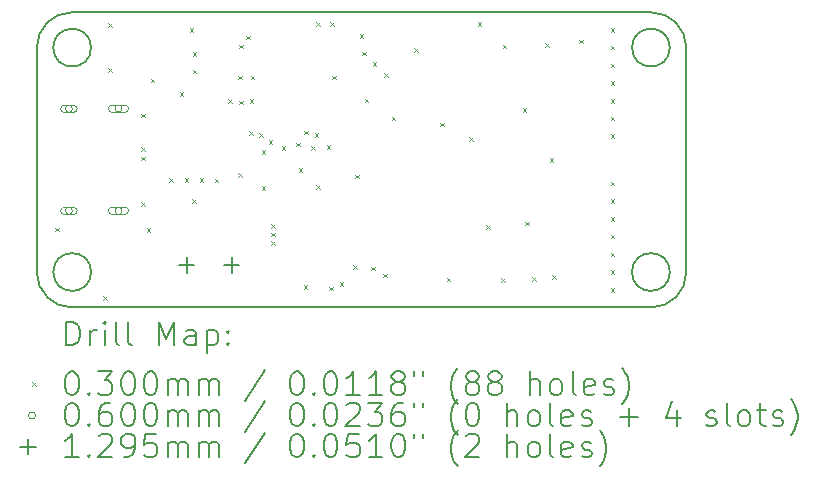
<source format=gbr>
%TF.GenerationSoftware,KiCad,Pcbnew,8.0.5-dirty*%
%TF.CreationDate,2024-10-01T21:11:04+10:00*%
%TF.ProjectId,kestral,6b657374-7261-46c2-9e6b-696361645f70,rev?*%
%TF.SameCoordinates,Original*%
%TF.FileFunction,Drillmap*%
%TF.FilePolarity,Positive*%
%FSLAX45Y45*%
G04 Gerber Fmt 4.5, Leading zero omitted, Abs format (unit mm)*
G04 Created by KiCad (PCBNEW 8.0.5-dirty) date 2024-10-01 21:11:04*
%MOMM*%
%LPD*%
G01*
G04 APERTURE LIST*
%ADD10C,0.200000*%
%ADD11C,0.100000*%
%ADD12C,0.129540*%
G04 APERTURE END LIST*
D10*
X15500000Y-12200000D02*
G75*
G02*
X15200000Y-12500000I-300000J0D01*
G01*
X15200000Y-12500000D02*
X10300000Y-12500000D01*
X15200000Y-10000000D02*
X10300000Y-10000000D01*
X15500000Y-10300000D02*
X15500000Y-12200000D01*
X10000000Y-10300000D02*
X10000000Y-12200000D01*
X15200000Y-10000000D02*
G75*
G02*
X15500000Y-10300000I0J-300000D01*
G01*
X10300000Y-12500000D02*
G75*
G02*
X10000000Y-12200000I0J300000D01*
G01*
X15360000Y-12200000D02*
G75*
G02*
X15040000Y-12200000I-160000J0D01*
G01*
X15040000Y-12200000D02*
G75*
G02*
X15360000Y-12200000I160000J0D01*
G01*
X10460000Y-10300000D02*
G75*
G02*
X10140000Y-10300000I-160000J0D01*
G01*
X10140000Y-10300000D02*
G75*
G02*
X10460000Y-10300000I160000J0D01*
G01*
X10000000Y-10300000D02*
G75*
G02*
X10300000Y-10000000I300000J0D01*
G01*
X10460000Y-12200000D02*
G75*
G02*
X10140000Y-12200000I-160000J0D01*
G01*
X10140000Y-12200000D02*
G75*
G02*
X10460000Y-12200000I160000J0D01*
G01*
X15360000Y-10300000D02*
G75*
G02*
X15040000Y-10300000I-160000J0D01*
G01*
X15040000Y-10300000D02*
G75*
G02*
X15360000Y-10300000I160000J0D01*
G01*
D11*
X10155000Y-11825000D02*
X10185000Y-11855000D01*
X10185000Y-11825000D02*
X10155000Y-11855000D01*
X10565000Y-12405000D02*
X10595000Y-12435000D01*
X10595000Y-12405000D02*
X10565000Y-12435000D01*
X10605000Y-10095000D02*
X10635000Y-10125000D01*
X10635000Y-10095000D02*
X10605000Y-10125000D01*
X10605000Y-10475000D02*
X10635000Y-10505000D01*
X10635000Y-10475000D02*
X10605000Y-10505000D01*
X10882500Y-10860000D02*
X10912500Y-10890000D01*
X10912500Y-10860000D02*
X10882500Y-10890000D01*
X10882500Y-11610000D02*
X10912500Y-11640000D01*
X10912500Y-11610000D02*
X10882500Y-11640000D01*
X10885000Y-11145000D02*
X10915000Y-11175000D01*
X10915000Y-11145000D02*
X10885000Y-11175000D01*
X10885000Y-11225000D02*
X10915000Y-11255000D01*
X10915000Y-11225000D02*
X10885000Y-11255000D01*
X10930000Y-11830000D02*
X10960000Y-11860000D01*
X10960000Y-11830000D02*
X10930000Y-11860000D01*
X10965000Y-10565000D02*
X10995000Y-10595000D01*
X10995000Y-10565000D02*
X10965000Y-10595000D01*
X11122500Y-11408000D02*
X11152500Y-11438000D01*
X11152500Y-11408000D02*
X11122500Y-11438000D01*
X11211500Y-10678250D02*
X11241500Y-10708250D01*
X11241500Y-10678250D02*
X11211500Y-10708250D01*
X11252000Y-11407000D02*
X11282000Y-11437000D01*
X11282000Y-11407000D02*
X11252000Y-11437000D01*
X11295000Y-10135000D02*
X11325000Y-10165000D01*
X11325000Y-10135000D02*
X11295000Y-10165000D01*
X11315000Y-11585000D02*
X11345000Y-11615000D01*
X11345000Y-11585000D02*
X11315000Y-11615000D01*
X11320500Y-10338250D02*
X11350500Y-10368250D01*
X11350500Y-10338250D02*
X11320500Y-10368250D01*
X11320500Y-10488250D02*
X11350500Y-10518250D01*
X11350500Y-10488250D02*
X11320500Y-10518250D01*
X11379000Y-11407000D02*
X11409000Y-11437000D01*
X11409000Y-11407000D02*
X11379000Y-11437000D01*
X11505500Y-11408250D02*
X11535500Y-11438250D01*
X11535500Y-11408250D02*
X11505500Y-11438250D01*
X11623253Y-10738250D02*
X11653253Y-10768250D01*
X11653253Y-10738250D02*
X11623253Y-10768250D01*
X11706000Y-11365000D02*
X11736000Y-11395000D01*
X11736000Y-11365000D02*
X11706000Y-11395000D01*
X11707313Y-10538250D02*
X11737313Y-10568250D01*
X11737313Y-10538250D02*
X11707313Y-10568250D01*
X11712876Y-10747874D02*
X11742876Y-10777874D01*
X11742876Y-10747874D02*
X11712876Y-10777874D01*
X11715000Y-10275000D02*
X11745000Y-10305000D01*
X11745000Y-10275000D02*
X11715000Y-10305000D01*
X11775000Y-10198250D02*
X11805000Y-10228250D01*
X11805000Y-10198250D02*
X11775000Y-10228250D01*
X11797426Y-11007427D02*
X11827426Y-11037427D01*
X11827426Y-11007427D02*
X11797426Y-11037427D01*
X11803011Y-10738250D02*
X11833011Y-10768250D01*
X11833011Y-10738250D02*
X11803011Y-10768250D01*
X11810147Y-10538250D02*
X11840147Y-10568250D01*
X11840147Y-10538250D02*
X11810147Y-10568250D01*
X11885000Y-11025000D02*
X11915000Y-11055000D01*
X11915000Y-11025000D02*
X11885000Y-11055000D01*
X11905000Y-11167000D02*
X11935000Y-11197000D01*
X11935000Y-11167000D02*
X11905000Y-11197000D01*
X11905000Y-11475000D02*
X11935000Y-11505000D01*
X11935000Y-11475000D02*
X11905000Y-11505000D01*
X11965000Y-11085000D02*
X11995000Y-11115000D01*
X11995000Y-11085000D02*
X11965000Y-11115000D01*
X11983750Y-11797500D02*
X12013750Y-11827500D01*
X12013750Y-11797500D02*
X11983750Y-11827500D01*
X11983750Y-11867500D02*
X12013750Y-11897500D01*
X12013750Y-11867500D02*
X11983750Y-11897500D01*
X11983750Y-11937500D02*
X12013750Y-11967500D01*
X12013750Y-11937500D02*
X11983750Y-11967500D01*
X12073375Y-11136625D02*
X12103375Y-11166625D01*
X12103375Y-11136625D02*
X12073375Y-11166625D01*
X12195000Y-11105000D02*
X12225000Y-11135000D01*
X12225000Y-11105000D02*
X12195000Y-11135000D01*
X12216849Y-11323431D02*
X12246849Y-11353431D01*
X12246849Y-11323431D02*
X12216849Y-11353431D01*
X12261250Y-12312500D02*
X12291250Y-12342500D01*
X12291250Y-12312500D02*
X12261250Y-12342500D01*
X12265000Y-11005000D02*
X12295000Y-11035000D01*
X12295000Y-11005000D02*
X12265000Y-11035000D01*
X12325000Y-11135000D02*
X12355000Y-11165000D01*
X12355000Y-11135000D02*
X12325000Y-11165000D01*
X12355000Y-11025000D02*
X12385000Y-11055000D01*
X12385000Y-11025000D02*
X12355000Y-11055000D01*
X12364563Y-11465288D02*
X12394563Y-11495288D01*
X12394563Y-11465288D02*
X12364563Y-11495288D01*
X12365000Y-10083250D02*
X12395000Y-10113250D01*
X12395000Y-10083250D02*
X12365000Y-10113250D01*
X12455000Y-11127000D02*
X12485000Y-11157000D01*
X12485000Y-11127000D02*
X12455000Y-11157000D01*
X12475000Y-12325000D02*
X12505000Y-12355000D01*
X12505000Y-12325000D02*
X12475000Y-12355000D01*
X12485000Y-10083250D02*
X12515000Y-10113250D01*
X12515000Y-10083250D02*
X12485000Y-10113250D01*
X12500000Y-10538250D02*
X12530000Y-10568250D01*
X12530000Y-10538250D02*
X12500000Y-10568250D01*
X12565000Y-12285000D02*
X12595000Y-12315000D01*
X12595000Y-12285000D02*
X12565000Y-12315000D01*
X12677500Y-12142500D02*
X12707500Y-12172500D01*
X12707500Y-12142500D02*
X12677500Y-12172500D01*
X12695000Y-11375000D02*
X12725000Y-11405000D01*
X12725000Y-11375000D02*
X12695000Y-11405000D01*
X12735000Y-10185000D02*
X12765000Y-10215000D01*
X12765000Y-10185000D02*
X12735000Y-10215000D01*
X12755000Y-10335000D02*
X12785000Y-10365000D01*
X12785000Y-10335000D02*
X12755000Y-10365000D01*
X12776250Y-10733250D02*
X12806250Y-10763250D01*
X12806250Y-10733250D02*
X12776250Y-10763250D01*
X12832500Y-12155000D02*
X12862500Y-12185000D01*
X12862500Y-12155000D02*
X12832500Y-12185000D01*
X12845000Y-10425000D02*
X12875000Y-10455000D01*
X12875000Y-10425000D02*
X12845000Y-10455000D01*
X12935000Y-12215000D02*
X12965000Y-12245000D01*
X12965000Y-12215000D02*
X12935000Y-12245000D01*
X12941250Y-10518250D02*
X12971250Y-10548250D01*
X12971250Y-10518250D02*
X12941250Y-10548250D01*
X13005000Y-10885000D02*
X13035000Y-10915000D01*
X13035000Y-10885000D02*
X13005000Y-10915000D01*
X13195000Y-10305000D02*
X13225000Y-10335000D01*
X13225000Y-10305000D02*
X13195000Y-10335000D01*
X13415000Y-10935000D02*
X13445000Y-10965000D01*
X13445000Y-10935000D02*
X13415000Y-10965000D01*
X13470000Y-12250000D02*
X13500000Y-12280000D01*
X13500000Y-12250000D02*
X13470000Y-12280000D01*
X13660000Y-11060000D02*
X13690000Y-11090000D01*
X13690000Y-11060000D02*
X13660000Y-11090000D01*
X13735000Y-10085000D02*
X13765000Y-10115000D01*
X13765000Y-10085000D02*
X13735000Y-10115000D01*
X13805000Y-11805000D02*
X13835000Y-11835000D01*
X13835000Y-11805000D02*
X13805000Y-11835000D01*
X13933750Y-12253750D02*
X13963750Y-12283750D01*
X13963750Y-12253750D02*
X13933750Y-12283750D01*
X13945000Y-10275000D02*
X13975000Y-10305000D01*
X13975000Y-10275000D02*
X13945000Y-10305000D01*
X14115000Y-10815000D02*
X14145000Y-10845000D01*
X14145000Y-10815000D02*
X14115000Y-10845000D01*
X14135000Y-11775000D02*
X14165000Y-11805000D01*
X14165000Y-11775000D02*
X14135000Y-11805000D01*
X14195000Y-12245000D02*
X14225000Y-12275000D01*
X14225000Y-12245000D02*
X14195000Y-12275000D01*
X14305000Y-10265000D02*
X14335000Y-10295000D01*
X14335000Y-10265000D02*
X14305000Y-10295000D01*
X14345000Y-11235000D02*
X14375000Y-11265000D01*
X14375000Y-11235000D02*
X14345000Y-11265000D01*
X14365000Y-12225000D02*
X14395000Y-12255000D01*
X14395000Y-12225000D02*
X14365000Y-12255000D01*
X14595000Y-10235000D02*
X14625000Y-10265000D01*
X14625000Y-10235000D02*
X14595000Y-10265000D01*
X14860000Y-10135000D02*
X14890000Y-10165000D01*
X14890000Y-10135000D02*
X14860000Y-10165000D01*
X14860000Y-10285000D02*
X14890000Y-10315000D01*
X14890000Y-10285000D02*
X14860000Y-10315000D01*
X14860000Y-10435000D02*
X14890000Y-10465000D01*
X14890000Y-10435000D02*
X14860000Y-10465000D01*
X14860000Y-10585000D02*
X14890000Y-10615000D01*
X14890000Y-10585000D02*
X14860000Y-10615000D01*
X14860000Y-10735000D02*
X14890000Y-10765000D01*
X14890000Y-10735000D02*
X14860000Y-10765000D01*
X14860000Y-10885000D02*
X14890000Y-10915000D01*
X14890000Y-10885000D02*
X14860000Y-10915000D01*
X14860000Y-11035000D02*
X14890000Y-11065000D01*
X14890000Y-11035000D02*
X14860000Y-11065000D01*
X14860000Y-11435000D02*
X14890000Y-11465000D01*
X14890000Y-11435000D02*
X14860000Y-11465000D01*
X14860000Y-11585000D02*
X14890000Y-11615000D01*
X14890000Y-11585000D02*
X14860000Y-11615000D01*
X14860000Y-11735000D02*
X14890000Y-11765000D01*
X14890000Y-11735000D02*
X14860000Y-11765000D01*
X14860000Y-11885000D02*
X14890000Y-11915000D01*
X14890000Y-11885000D02*
X14860000Y-11915000D01*
X14860000Y-12035000D02*
X14890000Y-12065000D01*
X14890000Y-12035000D02*
X14860000Y-12065000D01*
X14860000Y-12185000D02*
X14890000Y-12215000D01*
X14890000Y-12185000D02*
X14860000Y-12215000D01*
X14860000Y-12335000D02*
X14890000Y-12365000D01*
X14890000Y-12335000D02*
X14860000Y-12365000D01*
X10302500Y-10818000D02*
G75*
G02*
X10242500Y-10818000I-30000J0D01*
G01*
X10242500Y-10818000D02*
G75*
G02*
X10302500Y-10818000I30000J0D01*
G01*
X10312500Y-10788000D02*
X10232500Y-10788000D01*
X10232500Y-10848000D02*
G75*
G02*
X10232500Y-10788000I0J30000D01*
G01*
X10232500Y-10848000D02*
X10312500Y-10848000D01*
X10312500Y-10848000D02*
G75*
G03*
X10312500Y-10788000I0J30000D01*
G01*
X10302500Y-11682000D02*
G75*
G02*
X10242500Y-11682000I-30000J0D01*
G01*
X10242500Y-11682000D02*
G75*
G02*
X10302500Y-11682000I30000J0D01*
G01*
X10312500Y-11652000D02*
X10232500Y-11652000D01*
X10232500Y-11712000D02*
G75*
G02*
X10232500Y-11652000I0J30000D01*
G01*
X10232500Y-11712000D02*
X10312500Y-11712000D01*
X10312500Y-11712000D02*
G75*
G03*
X10312500Y-11652000I0J30000D01*
G01*
X10722500Y-10818000D02*
G75*
G02*
X10662500Y-10818000I-30000J0D01*
G01*
X10662500Y-10818000D02*
G75*
G02*
X10722500Y-10818000I30000J0D01*
G01*
X10747500Y-10788000D02*
X10637500Y-10788000D01*
X10637500Y-10848000D02*
G75*
G02*
X10637500Y-10788000I0J30000D01*
G01*
X10637500Y-10848000D02*
X10747500Y-10848000D01*
X10747500Y-10848000D02*
G75*
G03*
X10747500Y-10788000I0J30000D01*
G01*
X10722500Y-11682000D02*
G75*
G02*
X10662500Y-11682000I-30000J0D01*
G01*
X10662500Y-11682000D02*
G75*
G02*
X10722500Y-11682000I30000J0D01*
G01*
X10747500Y-11652000D02*
X10637500Y-11652000D01*
X10637500Y-11712000D02*
G75*
G02*
X10637500Y-11652000I0J30000D01*
G01*
X10637500Y-11712000D02*
X10747500Y-11712000D01*
X10747500Y-11712000D02*
G75*
G03*
X10747500Y-11652000I0J30000D01*
G01*
D12*
X11269000Y-12075230D02*
X11269000Y-12204770D01*
X11204230Y-12140000D02*
X11333770Y-12140000D01*
X11650000Y-12075230D02*
X11650000Y-12204770D01*
X11585230Y-12140000D02*
X11714770Y-12140000D01*
D10*
X10250777Y-12821484D02*
X10250777Y-12621484D01*
X10250777Y-12621484D02*
X10298396Y-12621484D01*
X10298396Y-12621484D02*
X10326967Y-12631008D01*
X10326967Y-12631008D02*
X10346015Y-12650055D01*
X10346015Y-12650055D02*
X10355539Y-12669103D01*
X10355539Y-12669103D02*
X10365063Y-12707198D01*
X10365063Y-12707198D02*
X10365063Y-12735769D01*
X10365063Y-12735769D02*
X10355539Y-12773865D01*
X10355539Y-12773865D02*
X10346015Y-12792912D01*
X10346015Y-12792912D02*
X10326967Y-12811960D01*
X10326967Y-12811960D02*
X10298396Y-12821484D01*
X10298396Y-12821484D02*
X10250777Y-12821484D01*
X10450777Y-12821484D02*
X10450777Y-12688150D01*
X10450777Y-12726246D02*
X10460301Y-12707198D01*
X10460301Y-12707198D02*
X10469824Y-12697674D01*
X10469824Y-12697674D02*
X10488872Y-12688150D01*
X10488872Y-12688150D02*
X10507920Y-12688150D01*
X10574586Y-12821484D02*
X10574586Y-12688150D01*
X10574586Y-12621484D02*
X10565063Y-12631008D01*
X10565063Y-12631008D02*
X10574586Y-12640531D01*
X10574586Y-12640531D02*
X10584110Y-12631008D01*
X10584110Y-12631008D02*
X10574586Y-12621484D01*
X10574586Y-12621484D02*
X10574586Y-12640531D01*
X10698396Y-12821484D02*
X10679348Y-12811960D01*
X10679348Y-12811960D02*
X10669824Y-12792912D01*
X10669824Y-12792912D02*
X10669824Y-12621484D01*
X10803158Y-12821484D02*
X10784110Y-12811960D01*
X10784110Y-12811960D02*
X10774586Y-12792912D01*
X10774586Y-12792912D02*
X10774586Y-12621484D01*
X11031729Y-12821484D02*
X11031729Y-12621484D01*
X11031729Y-12621484D02*
X11098396Y-12764341D01*
X11098396Y-12764341D02*
X11165063Y-12621484D01*
X11165063Y-12621484D02*
X11165063Y-12821484D01*
X11346015Y-12821484D02*
X11346015Y-12716722D01*
X11346015Y-12716722D02*
X11336491Y-12697674D01*
X11336491Y-12697674D02*
X11317443Y-12688150D01*
X11317443Y-12688150D02*
X11279348Y-12688150D01*
X11279348Y-12688150D02*
X11260301Y-12697674D01*
X11346015Y-12811960D02*
X11326967Y-12821484D01*
X11326967Y-12821484D02*
X11279348Y-12821484D01*
X11279348Y-12821484D02*
X11260301Y-12811960D01*
X11260301Y-12811960D02*
X11250777Y-12792912D01*
X11250777Y-12792912D02*
X11250777Y-12773865D01*
X11250777Y-12773865D02*
X11260301Y-12754817D01*
X11260301Y-12754817D02*
X11279348Y-12745293D01*
X11279348Y-12745293D02*
X11326967Y-12745293D01*
X11326967Y-12745293D02*
X11346015Y-12735769D01*
X11441253Y-12688150D02*
X11441253Y-12888150D01*
X11441253Y-12697674D02*
X11460301Y-12688150D01*
X11460301Y-12688150D02*
X11498396Y-12688150D01*
X11498396Y-12688150D02*
X11517443Y-12697674D01*
X11517443Y-12697674D02*
X11526967Y-12707198D01*
X11526967Y-12707198D02*
X11536491Y-12726246D01*
X11536491Y-12726246D02*
X11536491Y-12783388D01*
X11536491Y-12783388D02*
X11526967Y-12802436D01*
X11526967Y-12802436D02*
X11517443Y-12811960D01*
X11517443Y-12811960D02*
X11498396Y-12821484D01*
X11498396Y-12821484D02*
X11460301Y-12821484D01*
X11460301Y-12821484D02*
X11441253Y-12811960D01*
X11622205Y-12802436D02*
X11631729Y-12811960D01*
X11631729Y-12811960D02*
X11622205Y-12821484D01*
X11622205Y-12821484D02*
X11612682Y-12811960D01*
X11612682Y-12811960D02*
X11622205Y-12802436D01*
X11622205Y-12802436D02*
X11622205Y-12821484D01*
X11622205Y-12697674D02*
X11631729Y-12707198D01*
X11631729Y-12707198D02*
X11622205Y-12716722D01*
X11622205Y-12716722D02*
X11612682Y-12707198D01*
X11612682Y-12707198D02*
X11622205Y-12697674D01*
X11622205Y-12697674D02*
X11622205Y-12716722D01*
D11*
X9960000Y-13135000D02*
X9990000Y-13165000D01*
X9990000Y-13135000D02*
X9960000Y-13165000D01*
D10*
X10288872Y-13041484D02*
X10307920Y-13041484D01*
X10307920Y-13041484D02*
X10326967Y-13051008D01*
X10326967Y-13051008D02*
X10336491Y-13060531D01*
X10336491Y-13060531D02*
X10346015Y-13079579D01*
X10346015Y-13079579D02*
X10355539Y-13117674D01*
X10355539Y-13117674D02*
X10355539Y-13165293D01*
X10355539Y-13165293D02*
X10346015Y-13203388D01*
X10346015Y-13203388D02*
X10336491Y-13222436D01*
X10336491Y-13222436D02*
X10326967Y-13231960D01*
X10326967Y-13231960D02*
X10307920Y-13241484D01*
X10307920Y-13241484D02*
X10288872Y-13241484D01*
X10288872Y-13241484D02*
X10269824Y-13231960D01*
X10269824Y-13231960D02*
X10260301Y-13222436D01*
X10260301Y-13222436D02*
X10250777Y-13203388D01*
X10250777Y-13203388D02*
X10241253Y-13165293D01*
X10241253Y-13165293D02*
X10241253Y-13117674D01*
X10241253Y-13117674D02*
X10250777Y-13079579D01*
X10250777Y-13079579D02*
X10260301Y-13060531D01*
X10260301Y-13060531D02*
X10269824Y-13051008D01*
X10269824Y-13051008D02*
X10288872Y-13041484D01*
X10441253Y-13222436D02*
X10450777Y-13231960D01*
X10450777Y-13231960D02*
X10441253Y-13241484D01*
X10441253Y-13241484D02*
X10431729Y-13231960D01*
X10431729Y-13231960D02*
X10441253Y-13222436D01*
X10441253Y-13222436D02*
X10441253Y-13241484D01*
X10517444Y-13041484D02*
X10641253Y-13041484D01*
X10641253Y-13041484D02*
X10574586Y-13117674D01*
X10574586Y-13117674D02*
X10603158Y-13117674D01*
X10603158Y-13117674D02*
X10622205Y-13127198D01*
X10622205Y-13127198D02*
X10631729Y-13136722D01*
X10631729Y-13136722D02*
X10641253Y-13155769D01*
X10641253Y-13155769D02*
X10641253Y-13203388D01*
X10641253Y-13203388D02*
X10631729Y-13222436D01*
X10631729Y-13222436D02*
X10622205Y-13231960D01*
X10622205Y-13231960D02*
X10603158Y-13241484D01*
X10603158Y-13241484D02*
X10546015Y-13241484D01*
X10546015Y-13241484D02*
X10526967Y-13231960D01*
X10526967Y-13231960D02*
X10517444Y-13222436D01*
X10765063Y-13041484D02*
X10784110Y-13041484D01*
X10784110Y-13041484D02*
X10803158Y-13051008D01*
X10803158Y-13051008D02*
X10812682Y-13060531D01*
X10812682Y-13060531D02*
X10822205Y-13079579D01*
X10822205Y-13079579D02*
X10831729Y-13117674D01*
X10831729Y-13117674D02*
X10831729Y-13165293D01*
X10831729Y-13165293D02*
X10822205Y-13203388D01*
X10822205Y-13203388D02*
X10812682Y-13222436D01*
X10812682Y-13222436D02*
X10803158Y-13231960D01*
X10803158Y-13231960D02*
X10784110Y-13241484D01*
X10784110Y-13241484D02*
X10765063Y-13241484D01*
X10765063Y-13241484D02*
X10746015Y-13231960D01*
X10746015Y-13231960D02*
X10736491Y-13222436D01*
X10736491Y-13222436D02*
X10726967Y-13203388D01*
X10726967Y-13203388D02*
X10717444Y-13165293D01*
X10717444Y-13165293D02*
X10717444Y-13117674D01*
X10717444Y-13117674D02*
X10726967Y-13079579D01*
X10726967Y-13079579D02*
X10736491Y-13060531D01*
X10736491Y-13060531D02*
X10746015Y-13051008D01*
X10746015Y-13051008D02*
X10765063Y-13041484D01*
X10955539Y-13041484D02*
X10974586Y-13041484D01*
X10974586Y-13041484D02*
X10993634Y-13051008D01*
X10993634Y-13051008D02*
X11003158Y-13060531D01*
X11003158Y-13060531D02*
X11012682Y-13079579D01*
X11012682Y-13079579D02*
X11022205Y-13117674D01*
X11022205Y-13117674D02*
X11022205Y-13165293D01*
X11022205Y-13165293D02*
X11012682Y-13203388D01*
X11012682Y-13203388D02*
X11003158Y-13222436D01*
X11003158Y-13222436D02*
X10993634Y-13231960D01*
X10993634Y-13231960D02*
X10974586Y-13241484D01*
X10974586Y-13241484D02*
X10955539Y-13241484D01*
X10955539Y-13241484D02*
X10936491Y-13231960D01*
X10936491Y-13231960D02*
X10926967Y-13222436D01*
X10926967Y-13222436D02*
X10917444Y-13203388D01*
X10917444Y-13203388D02*
X10907920Y-13165293D01*
X10907920Y-13165293D02*
X10907920Y-13117674D01*
X10907920Y-13117674D02*
X10917444Y-13079579D01*
X10917444Y-13079579D02*
X10926967Y-13060531D01*
X10926967Y-13060531D02*
X10936491Y-13051008D01*
X10936491Y-13051008D02*
X10955539Y-13041484D01*
X11107920Y-13241484D02*
X11107920Y-13108150D01*
X11107920Y-13127198D02*
X11117444Y-13117674D01*
X11117444Y-13117674D02*
X11136491Y-13108150D01*
X11136491Y-13108150D02*
X11165063Y-13108150D01*
X11165063Y-13108150D02*
X11184110Y-13117674D01*
X11184110Y-13117674D02*
X11193634Y-13136722D01*
X11193634Y-13136722D02*
X11193634Y-13241484D01*
X11193634Y-13136722D02*
X11203158Y-13117674D01*
X11203158Y-13117674D02*
X11222205Y-13108150D01*
X11222205Y-13108150D02*
X11250777Y-13108150D01*
X11250777Y-13108150D02*
X11269824Y-13117674D01*
X11269824Y-13117674D02*
X11279348Y-13136722D01*
X11279348Y-13136722D02*
X11279348Y-13241484D01*
X11374586Y-13241484D02*
X11374586Y-13108150D01*
X11374586Y-13127198D02*
X11384110Y-13117674D01*
X11384110Y-13117674D02*
X11403158Y-13108150D01*
X11403158Y-13108150D02*
X11431729Y-13108150D01*
X11431729Y-13108150D02*
X11450777Y-13117674D01*
X11450777Y-13117674D02*
X11460301Y-13136722D01*
X11460301Y-13136722D02*
X11460301Y-13241484D01*
X11460301Y-13136722D02*
X11469824Y-13117674D01*
X11469824Y-13117674D02*
X11488872Y-13108150D01*
X11488872Y-13108150D02*
X11517443Y-13108150D01*
X11517443Y-13108150D02*
X11536491Y-13117674D01*
X11536491Y-13117674D02*
X11546015Y-13136722D01*
X11546015Y-13136722D02*
X11546015Y-13241484D01*
X11936491Y-13031960D02*
X11765063Y-13289103D01*
X12193634Y-13041484D02*
X12212682Y-13041484D01*
X12212682Y-13041484D02*
X12231729Y-13051008D01*
X12231729Y-13051008D02*
X12241253Y-13060531D01*
X12241253Y-13060531D02*
X12250777Y-13079579D01*
X12250777Y-13079579D02*
X12260301Y-13117674D01*
X12260301Y-13117674D02*
X12260301Y-13165293D01*
X12260301Y-13165293D02*
X12250777Y-13203388D01*
X12250777Y-13203388D02*
X12241253Y-13222436D01*
X12241253Y-13222436D02*
X12231729Y-13231960D01*
X12231729Y-13231960D02*
X12212682Y-13241484D01*
X12212682Y-13241484D02*
X12193634Y-13241484D01*
X12193634Y-13241484D02*
X12174586Y-13231960D01*
X12174586Y-13231960D02*
X12165063Y-13222436D01*
X12165063Y-13222436D02*
X12155539Y-13203388D01*
X12155539Y-13203388D02*
X12146015Y-13165293D01*
X12146015Y-13165293D02*
X12146015Y-13117674D01*
X12146015Y-13117674D02*
X12155539Y-13079579D01*
X12155539Y-13079579D02*
X12165063Y-13060531D01*
X12165063Y-13060531D02*
X12174586Y-13051008D01*
X12174586Y-13051008D02*
X12193634Y-13041484D01*
X12346015Y-13222436D02*
X12355539Y-13231960D01*
X12355539Y-13231960D02*
X12346015Y-13241484D01*
X12346015Y-13241484D02*
X12336491Y-13231960D01*
X12336491Y-13231960D02*
X12346015Y-13222436D01*
X12346015Y-13222436D02*
X12346015Y-13241484D01*
X12479348Y-13041484D02*
X12498396Y-13041484D01*
X12498396Y-13041484D02*
X12517444Y-13051008D01*
X12517444Y-13051008D02*
X12526967Y-13060531D01*
X12526967Y-13060531D02*
X12536491Y-13079579D01*
X12536491Y-13079579D02*
X12546015Y-13117674D01*
X12546015Y-13117674D02*
X12546015Y-13165293D01*
X12546015Y-13165293D02*
X12536491Y-13203388D01*
X12536491Y-13203388D02*
X12526967Y-13222436D01*
X12526967Y-13222436D02*
X12517444Y-13231960D01*
X12517444Y-13231960D02*
X12498396Y-13241484D01*
X12498396Y-13241484D02*
X12479348Y-13241484D01*
X12479348Y-13241484D02*
X12460301Y-13231960D01*
X12460301Y-13231960D02*
X12450777Y-13222436D01*
X12450777Y-13222436D02*
X12441253Y-13203388D01*
X12441253Y-13203388D02*
X12431729Y-13165293D01*
X12431729Y-13165293D02*
X12431729Y-13117674D01*
X12431729Y-13117674D02*
X12441253Y-13079579D01*
X12441253Y-13079579D02*
X12450777Y-13060531D01*
X12450777Y-13060531D02*
X12460301Y-13051008D01*
X12460301Y-13051008D02*
X12479348Y-13041484D01*
X12736491Y-13241484D02*
X12622206Y-13241484D01*
X12679348Y-13241484D02*
X12679348Y-13041484D01*
X12679348Y-13041484D02*
X12660301Y-13070055D01*
X12660301Y-13070055D02*
X12641253Y-13089103D01*
X12641253Y-13089103D02*
X12622206Y-13098627D01*
X12926967Y-13241484D02*
X12812682Y-13241484D01*
X12869825Y-13241484D02*
X12869825Y-13041484D01*
X12869825Y-13041484D02*
X12850777Y-13070055D01*
X12850777Y-13070055D02*
X12831729Y-13089103D01*
X12831729Y-13089103D02*
X12812682Y-13098627D01*
X13041253Y-13127198D02*
X13022206Y-13117674D01*
X13022206Y-13117674D02*
X13012682Y-13108150D01*
X13012682Y-13108150D02*
X13003158Y-13089103D01*
X13003158Y-13089103D02*
X13003158Y-13079579D01*
X13003158Y-13079579D02*
X13012682Y-13060531D01*
X13012682Y-13060531D02*
X13022206Y-13051008D01*
X13022206Y-13051008D02*
X13041253Y-13041484D01*
X13041253Y-13041484D02*
X13079348Y-13041484D01*
X13079348Y-13041484D02*
X13098396Y-13051008D01*
X13098396Y-13051008D02*
X13107920Y-13060531D01*
X13107920Y-13060531D02*
X13117444Y-13079579D01*
X13117444Y-13079579D02*
X13117444Y-13089103D01*
X13117444Y-13089103D02*
X13107920Y-13108150D01*
X13107920Y-13108150D02*
X13098396Y-13117674D01*
X13098396Y-13117674D02*
X13079348Y-13127198D01*
X13079348Y-13127198D02*
X13041253Y-13127198D01*
X13041253Y-13127198D02*
X13022206Y-13136722D01*
X13022206Y-13136722D02*
X13012682Y-13146246D01*
X13012682Y-13146246D02*
X13003158Y-13165293D01*
X13003158Y-13165293D02*
X13003158Y-13203388D01*
X13003158Y-13203388D02*
X13012682Y-13222436D01*
X13012682Y-13222436D02*
X13022206Y-13231960D01*
X13022206Y-13231960D02*
X13041253Y-13241484D01*
X13041253Y-13241484D02*
X13079348Y-13241484D01*
X13079348Y-13241484D02*
X13098396Y-13231960D01*
X13098396Y-13231960D02*
X13107920Y-13222436D01*
X13107920Y-13222436D02*
X13117444Y-13203388D01*
X13117444Y-13203388D02*
X13117444Y-13165293D01*
X13117444Y-13165293D02*
X13107920Y-13146246D01*
X13107920Y-13146246D02*
X13098396Y-13136722D01*
X13098396Y-13136722D02*
X13079348Y-13127198D01*
X13193634Y-13041484D02*
X13193634Y-13079579D01*
X13269825Y-13041484D02*
X13269825Y-13079579D01*
X13565063Y-13317674D02*
X13555539Y-13308150D01*
X13555539Y-13308150D02*
X13536491Y-13279579D01*
X13536491Y-13279579D02*
X13526968Y-13260531D01*
X13526968Y-13260531D02*
X13517444Y-13231960D01*
X13517444Y-13231960D02*
X13507920Y-13184341D01*
X13507920Y-13184341D02*
X13507920Y-13146246D01*
X13507920Y-13146246D02*
X13517444Y-13098627D01*
X13517444Y-13098627D02*
X13526968Y-13070055D01*
X13526968Y-13070055D02*
X13536491Y-13051008D01*
X13536491Y-13051008D02*
X13555539Y-13022436D01*
X13555539Y-13022436D02*
X13565063Y-13012912D01*
X13669825Y-13127198D02*
X13650777Y-13117674D01*
X13650777Y-13117674D02*
X13641253Y-13108150D01*
X13641253Y-13108150D02*
X13631729Y-13089103D01*
X13631729Y-13089103D02*
X13631729Y-13079579D01*
X13631729Y-13079579D02*
X13641253Y-13060531D01*
X13641253Y-13060531D02*
X13650777Y-13051008D01*
X13650777Y-13051008D02*
X13669825Y-13041484D01*
X13669825Y-13041484D02*
X13707920Y-13041484D01*
X13707920Y-13041484D02*
X13726968Y-13051008D01*
X13726968Y-13051008D02*
X13736491Y-13060531D01*
X13736491Y-13060531D02*
X13746015Y-13079579D01*
X13746015Y-13079579D02*
X13746015Y-13089103D01*
X13746015Y-13089103D02*
X13736491Y-13108150D01*
X13736491Y-13108150D02*
X13726968Y-13117674D01*
X13726968Y-13117674D02*
X13707920Y-13127198D01*
X13707920Y-13127198D02*
X13669825Y-13127198D01*
X13669825Y-13127198D02*
X13650777Y-13136722D01*
X13650777Y-13136722D02*
X13641253Y-13146246D01*
X13641253Y-13146246D02*
X13631729Y-13165293D01*
X13631729Y-13165293D02*
X13631729Y-13203388D01*
X13631729Y-13203388D02*
X13641253Y-13222436D01*
X13641253Y-13222436D02*
X13650777Y-13231960D01*
X13650777Y-13231960D02*
X13669825Y-13241484D01*
X13669825Y-13241484D02*
X13707920Y-13241484D01*
X13707920Y-13241484D02*
X13726968Y-13231960D01*
X13726968Y-13231960D02*
X13736491Y-13222436D01*
X13736491Y-13222436D02*
X13746015Y-13203388D01*
X13746015Y-13203388D02*
X13746015Y-13165293D01*
X13746015Y-13165293D02*
X13736491Y-13146246D01*
X13736491Y-13146246D02*
X13726968Y-13136722D01*
X13726968Y-13136722D02*
X13707920Y-13127198D01*
X13860301Y-13127198D02*
X13841253Y-13117674D01*
X13841253Y-13117674D02*
X13831729Y-13108150D01*
X13831729Y-13108150D02*
X13822206Y-13089103D01*
X13822206Y-13089103D02*
X13822206Y-13079579D01*
X13822206Y-13079579D02*
X13831729Y-13060531D01*
X13831729Y-13060531D02*
X13841253Y-13051008D01*
X13841253Y-13051008D02*
X13860301Y-13041484D01*
X13860301Y-13041484D02*
X13898396Y-13041484D01*
X13898396Y-13041484D02*
X13917444Y-13051008D01*
X13917444Y-13051008D02*
X13926968Y-13060531D01*
X13926968Y-13060531D02*
X13936491Y-13079579D01*
X13936491Y-13079579D02*
X13936491Y-13089103D01*
X13936491Y-13089103D02*
X13926968Y-13108150D01*
X13926968Y-13108150D02*
X13917444Y-13117674D01*
X13917444Y-13117674D02*
X13898396Y-13127198D01*
X13898396Y-13127198D02*
X13860301Y-13127198D01*
X13860301Y-13127198D02*
X13841253Y-13136722D01*
X13841253Y-13136722D02*
X13831729Y-13146246D01*
X13831729Y-13146246D02*
X13822206Y-13165293D01*
X13822206Y-13165293D02*
X13822206Y-13203388D01*
X13822206Y-13203388D02*
X13831729Y-13222436D01*
X13831729Y-13222436D02*
X13841253Y-13231960D01*
X13841253Y-13231960D02*
X13860301Y-13241484D01*
X13860301Y-13241484D02*
X13898396Y-13241484D01*
X13898396Y-13241484D02*
X13917444Y-13231960D01*
X13917444Y-13231960D02*
X13926968Y-13222436D01*
X13926968Y-13222436D02*
X13936491Y-13203388D01*
X13936491Y-13203388D02*
X13936491Y-13165293D01*
X13936491Y-13165293D02*
X13926968Y-13146246D01*
X13926968Y-13146246D02*
X13917444Y-13136722D01*
X13917444Y-13136722D02*
X13898396Y-13127198D01*
X14174587Y-13241484D02*
X14174587Y-13041484D01*
X14260301Y-13241484D02*
X14260301Y-13136722D01*
X14260301Y-13136722D02*
X14250777Y-13117674D01*
X14250777Y-13117674D02*
X14231730Y-13108150D01*
X14231730Y-13108150D02*
X14203158Y-13108150D01*
X14203158Y-13108150D02*
X14184110Y-13117674D01*
X14184110Y-13117674D02*
X14174587Y-13127198D01*
X14384110Y-13241484D02*
X14365063Y-13231960D01*
X14365063Y-13231960D02*
X14355539Y-13222436D01*
X14355539Y-13222436D02*
X14346015Y-13203388D01*
X14346015Y-13203388D02*
X14346015Y-13146246D01*
X14346015Y-13146246D02*
X14355539Y-13127198D01*
X14355539Y-13127198D02*
X14365063Y-13117674D01*
X14365063Y-13117674D02*
X14384110Y-13108150D01*
X14384110Y-13108150D02*
X14412682Y-13108150D01*
X14412682Y-13108150D02*
X14431730Y-13117674D01*
X14431730Y-13117674D02*
X14441253Y-13127198D01*
X14441253Y-13127198D02*
X14450777Y-13146246D01*
X14450777Y-13146246D02*
X14450777Y-13203388D01*
X14450777Y-13203388D02*
X14441253Y-13222436D01*
X14441253Y-13222436D02*
X14431730Y-13231960D01*
X14431730Y-13231960D02*
X14412682Y-13241484D01*
X14412682Y-13241484D02*
X14384110Y-13241484D01*
X14565063Y-13241484D02*
X14546015Y-13231960D01*
X14546015Y-13231960D02*
X14536491Y-13212912D01*
X14536491Y-13212912D02*
X14536491Y-13041484D01*
X14717444Y-13231960D02*
X14698396Y-13241484D01*
X14698396Y-13241484D02*
X14660301Y-13241484D01*
X14660301Y-13241484D02*
X14641253Y-13231960D01*
X14641253Y-13231960D02*
X14631730Y-13212912D01*
X14631730Y-13212912D02*
X14631730Y-13136722D01*
X14631730Y-13136722D02*
X14641253Y-13117674D01*
X14641253Y-13117674D02*
X14660301Y-13108150D01*
X14660301Y-13108150D02*
X14698396Y-13108150D01*
X14698396Y-13108150D02*
X14717444Y-13117674D01*
X14717444Y-13117674D02*
X14726968Y-13136722D01*
X14726968Y-13136722D02*
X14726968Y-13155769D01*
X14726968Y-13155769D02*
X14631730Y-13174817D01*
X14803158Y-13231960D02*
X14822206Y-13241484D01*
X14822206Y-13241484D02*
X14860301Y-13241484D01*
X14860301Y-13241484D02*
X14879349Y-13231960D01*
X14879349Y-13231960D02*
X14888872Y-13212912D01*
X14888872Y-13212912D02*
X14888872Y-13203388D01*
X14888872Y-13203388D02*
X14879349Y-13184341D01*
X14879349Y-13184341D02*
X14860301Y-13174817D01*
X14860301Y-13174817D02*
X14831730Y-13174817D01*
X14831730Y-13174817D02*
X14812682Y-13165293D01*
X14812682Y-13165293D02*
X14803158Y-13146246D01*
X14803158Y-13146246D02*
X14803158Y-13136722D01*
X14803158Y-13136722D02*
X14812682Y-13117674D01*
X14812682Y-13117674D02*
X14831730Y-13108150D01*
X14831730Y-13108150D02*
X14860301Y-13108150D01*
X14860301Y-13108150D02*
X14879349Y-13117674D01*
X14955539Y-13317674D02*
X14965063Y-13308150D01*
X14965063Y-13308150D02*
X14984111Y-13279579D01*
X14984111Y-13279579D02*
X14993634Y-13260531D01*
X14993634Y-13260531D02*
X15003158Y-13231960D01*
X15003158Y-13231960D02*
X15012682Y-13184341D01*
X15012682Y-13184341D02*
X15012682Y-13146246D01*
X15012682Y-13146246D02*
X15003158Y-13098627D01*
X15003158Y-13098627D02*
X14993634Y-13070055D01*
X14993634Y-13070055D02*
X14984111Y-13051008D01*
X14984111Y-13051008D02*
X14965063Y-13022436D01*
X14965063Y-13022436D02*
X14955539Y-13012912D01*
D11*
X9990000Y-13414000D02*
G75*
G02*
X9930000Y-13414000I-30000J0D01*
G01*
X9930000Y-13414000D02*
G75*
G02*
X9990000Y-13414000I30000J0D01*
G01*
D10*
X10288872Y-13305484D02*
X10307920Y-13305484D01*
X10307920Y-13305484D02*
X10326967Y-13315008D01*
X10326967Y-13315008D02*
X10336491Y-13324531D01*
X10336491Y-13324531D02*
X10346015Y-13343579D01*
X10346015Y-13343579D02*
X10355539Y-13381674D01*
X10355539Y-13381674D02*
X10355539Y-13429293D01*
X10355539Y-13429293D02*
X10346015Y-13467388D01*
X10346015Y-13467388D02*
X10336491Y-13486436D01*
X10336491Y-13486436D02*
X10326967Y-13495960D01*
X10326967Y-13495960D02*
X10307920Y-13505484D01*
X10307920Y-13505484D02*
X10288872Y-13505484D01*
X10288872Y-13505484D02*
X10269824Y-13495960D01*
X10269824Y-13495960D02*
X10260301Y-13486436D01*
X10260301Y-13486436D02*
X10250777Y-13467388D01*
X10250777Y-13467388D02*
X10241253Y-13429293D01*
X10241253Y-13429293D02*
X10241253Y-13381674D01*
X10241253Y-13381674D02*
X10250777Y-13343579D01*
X10250777Y-13343579D02*
X10260301Y-13324531D01*
X10260301Y-13324531D02*
X10269824Y-13315008D01*
X10269824Y-13315008D02*
X10288872Y-13305484D01*
X10441253Y-13486436D02*
X10450777Y-13495960D01*
X10450777Y-13495960D02*
X10441253Y-13505484D01*
X10441253Y-13505484D02*
X10431729Y-13495960D01*
X10431729Y-13495960D02*
X10441253Y-13486436D01*
X10441253Y-13486436D02*
X10441253Y-13505484D01*
X10622205Y-13305484D02*
X10584110Y-13305484D01*
X10584110Y-13305484D02*
X10565063Y-13315008D01*
X10565063Y-13315008D02*
X10555539Y-13324531D01*
X10555539Y-13324531D02*
X10536491Y-13353103D01*
X10536491Y-13353103D02*
X10526967Y-13391198D01*
X10526967Y-13391198D02*
X10526967Y-13467388D01*
X10526967Y-13467388D02*
X10536491Y-13486436D01*
X10536491Y-13486436D02*
X10546015Y-13495960D01*
X10546015Y-13495960D02*
X10565063Y-13505484D01*
X10565063Y-13505484D02*
X10603158Y-13505484D01*
X10603158Y-13505484D02*
X10622205Y-13495960D01*
X10622205Y-13495960D02*
X10631729Y-13486436D01*
X10631729Y-13486436D02*
X10641253Y-13467388D01*
X10641253Y-13467388D02*
X10641253Y-13419769D01*
X10641253Y-13419769D02*
X10631729Y-13400722D01*
X10631729Y-13400722D02*
X10622205Y-13391198D01*
X10622205Y-13391198D02*
X10603158Y-13381674D01*
X10603158Y-13381674D02*
X10565063Y-13381674D01*
X10565063Y-13381674D02*
X10546015Y-13391198D01*
X10546015Y-13391198D02*
X10536491Y-13400722D01*
X10536491Y-13400722D02*
X10526967Y-13419769D01*
X10765063Y-13305484D02*
X10784110Y-13305484D01*
X10784110Y-13305484D02*
X10803158Y-13315008D01*
X10803158Y-13315008D02*
X10812682Y-13324531D01*
X10812682Y-13324531D02*
X10822205Y-13343579D01*
X10822205Y-13343579D02*
X10831729Y-13381674D01*
X10831729Y-13381674D02*
X10831729Y-13429293D01*
X10831729Y-13429293D02*
X10822205Y-13467388D01*
X10822205Y-13467388D02*
X10812682Y-13486436D01*
X10812682Y-13486436D02*
X10803158Y-13495960D01*
X10803158Y-13495960D02*
X10784110Y-13505484D01*
X10784110Y-13505484D02*
X10765063Y-13505484D01*
X10765063Y-13505484D02*
X10746015Y-13495960D01*
X10746015Y-13495960D02*
X10736491Y-13486436D01*
X10736491Y-13486436D02*
X10726967Y-13467388D01*
X10726967Y-13467388D02*
X10717444Y-13429293D01*
X10717444Y-13429293D02*
X10717444Y-13381674D01*
X10717444Y-13381674D02*
X10726967Y-13343579D01*
X10726967Y-13343579D02*
X10736491Y-13324531D01*
X10736491Y-13324531D02*
X10746015Y-13315008D01*
X10746015Y-13315008D02*
X10765063Y-13305484D01*
X10955539Y-13305484D02*
X10974586Y-13305484D01*
X10974586Y-13305484D02*
X10993634Y-13315008D01*
X10993634Y-13315008D02*
X11003158Y-13324531D01*
X11003158Y-13324531D02*
X11012682Y-13343579D01*
X11012682Y-13343579D02*
X11022205Y-13381674D01*
X11022205Y-13381674D02*
X11022205Y-13429293D01*
X11022205Y-13429293D02*
X11012682Y-13467388D01*
X11012682Y-13467388D02*
X11003158Y-13486436D01*
X11003158Y-13486436D02*
X10993634Y-13495960D01*
X10993634Y-13495960D02*
X10974586Y-13505484D01*
X10974586Y-13505484D02*
X10955539Y-13505484D01*
X10955539Y-13505484D02*
X10936491Y-13495960D01*
X10936491Y-13495960D02*
X10926967Y-13486436D01*
X10926967Y-13486436D02*
X10917444Y-13467388D01*
X10917444Y-13467388D02*
X10907920Y-13429293D01*
X10907920Y-13429293D02*
X10907920Y-13381674D01*
X10907920Y-13381674D02*
X10917444Y-13343579D01*
X10917444Y-13343579D02*
X10926967Y-13324531D01*
X10926967Y-13324531D02*
X10936491Y-13315008D01*
X10936491Y-13315008D02*
X10955539Y-13305484D01*
X11107920Y-13505484D02*
X11107920Y-13372150D01*
X11107920Y-13391198D02*
X11117444Y-13381674D01*
X11117444Y-13381674D02*
X11136491Y-13372150D01*
X11136491Y-13372150D02*
X11165063Y-13372150D01*
X11165063Y-13372150D02*
X11184110Y-13381674D01*
X11184110Y-13381674D02*
X11193634Y-13400722D01*
X11193634Y-13400722D02*
X11193634Y-13505484D01*
X11193634Y-13400722D02*
X11203158Y-13381674D01*
X11203158Y-13381674D02*
X11222205Y-13372150D01*
X11222205Y-13372150D02*
X11250777Y-13372150D01*
X11250777Y-13372150D02*
X11269824Y-13381674D01*
X11269824Y-13381674D02*
X11279348Y-13400722D01*
X11279348Y-13400722D02*
X11279348Y-13505484D01*
X11374586Y-13505484D02*
X11374586Y-13372150D01*
X11374586Y-13391198D02*
X11384110Y-13381674D01*
X11384110Y-13381674D02*
X11403158Y-13372150D01*
X11403158Y-13372150D02*
X11431729Y-13372150D01*
X11431729Y-13372150D02*
X11450777Y-13381674D01*
X11450777Y-13381674D02*
X11460301Y-13400722D01*
X11460301Y-13400722D02*
X11460301Y-13505484D01*
X11460301Y-13400722D02*
X11469824Y-13381674D01*
X11469824Y-13381674D02*
X11488872Y-13372150D01*
X11488872Y-13372150D02*
X11517443Y-13372150D01*
X11517443Y-13372150D02*
X11536491Y-13381674D01*
X11536491Y-13381674D02*
X11546015Y-13400722D01*
X11546015Y-13400722D02*
X11546015Y-13505484D01*
X11936491Y-13295960D02*
X11765063Y-13553103D01*
X12193634Y-13305484D02*
X12212682Y-13305484D01*
X12212682Y-13305484D02*
X12231729Y-13315008D01*
X12231729Y-13315008D02*
X12241253Y-13324531D01*
X12241253Y-13324531D02*
X12250777Y-13343579D01*
X12250777Y-13343579D02*
X12260301Y-13381674D01*
X12260301Y-13381674D02*
X12260301Y-13429293D01*
X12260301Y-13429293D02*
X12250777Y-13467388D01*
X12250777Y-13467388D02*
X12241253Y-13486436D01*
X12241253Y-13486436D02*
X12231729Y-13495960D01*
X12231729Y-13495960D02*
X12212682Y-13505484D01*
X12212682Y-13505484D02*
X12193634Y-13505484D01*
X12193634Y-13505484D02*
X12174586Y-13495960D01*
X12174586Y-13495960D02*
X12165063Y-13486436D01*
X12165063Y-13486436D02*
X12155539Y-13467388D01*
X12155539Y-13467388D02*
X12146015Y-13429293D01*
X12146015Y-13429293D02*
X12146015Y-13381674D01*
X12146015Y-13381674D02*
X12155539Y-13343579D01*
X12155539Y-13343579D02*
X12165063Y-13324531D01*
X12165063Y-13324531D02*
X12174586Y-13315008D01*
X12174586Y-13315008D02*
X12193634Y-13305484D01*
X12346015Y-13486436D02*
X12355539Y-13495960D01*
X12355539Y-13495960D02*
X12346015Y-13505484D01*
X12346015Y-13505484D02*
X12336491Y-13495960D01*
X12336491Y-13495960D02*
X12346015Y-13486436D01*
X12346015Y-13486436D02*
X12346015Y-13505484D01*
X12479348Y-13305484D02*
X12498396Y-13305484D01*
X12498396Y-13305484D02*
X12517444Y-13315008D01*
X12517444Y-13315008D02*
X12526967Y-13324531D01*
X12526967Y-13324531D02*
X12536491Y-13343579D01*
X12536491Y-13343579D02*
X12546015Y-13381674D01*
X12546015Y-13381674D02*
X12546015Y-13429293D01*
X12546015Y-13429293D02*
X12536491Y-13467388D01*
X12536491Y-13467388D02*
X12526967Y-13486436D01*
X12526967Y-13486436D02*
X12517444Y-13495960D01*
X12517444Y-13495960D02*
X12498396Y-13505484D01*
X12498396Y-13505484D02*
X12479348Y-13505484D01*
X12479348Y-13505484D02*
X12460301Y-13495960D01*
X12460301Y-13495960D02*
X12450777Y-13486436D01*
X12450777Y-13486436D02*
X12441253Y-13467388D01*
X12441253Y-13467388D02*
X12431729Y-13429293D01*
X12431729Y-13429293D02*
X12431729Y-13381674D01*
X12431729Y-13381674D02*
X12441253Y-13343579D01*
X12441253Y-13343579D02*
X12450777Y-13324531D01*
X12450777Y-13324531D02*
X12460301Y-13315008D01*
X12460301Y-13315008D02*
X12479348Y-13305484D01*
X12622206Y-13324531D02*
X12631729Y-13315008D01*
X12631729Y-13315008D02*
X12650777Y-13305484D01*
X12650777Y-13305484D02*
X12698396Y-13305484D01*
X12698396Y-13305484D02*
X12717444Y-13315008D01*
X12717444Y-13315008D02*
X12726967Y-13324531D01*
X12726967Y-13324531D02*
X12736491Y-13343579D01*
X12736491Y-13343579D02*
X12736491Y-13362627D01*
X12736491Y-13362627D02*
X12726967Y-13391198D01*
X12726967Y-13391198D02*
X12612682Y-13505484D01*
X12612682Y-13505484D02*
X12736491Y-13505484D01*
X12803158Y-13305484D02*
X12926967Y-13305484D01*
X12926967Y-13305484D02*
X12860301Y-13381674D01*
X12860301Y-13381674D02*
X12888872Y-13381674D01*
X12888872Y-13381674D02*
X12907920Y-13391198D01*
X12907920Y-13391198D02*
X12917444Y-13400722D01*
X12917444Y-13400722D02*
X12926967Y-13419769D01*
X12926967Y-13419769D02*
X12926967Y-13467388D01*
X12926967Y-13467388D02*
X12917444Y-13486436D01*
X12917444Y-13486436D02*
X12907920Y-13495960D01*
X12907920Y-13495960D02*
X12888872Y-13505484D01*
X12888872Y-13505484D02*
X12831729Y-13505484D01*
X12831729Y-13505484D02*
X12812682Y-13495960D01*
X12812682Y-13495960D02*
X12803158Y-13486436D01*
X13098396Y-13305484D02*
X13060301Y-13305484D01*
X13060301Y-13305484D02*
X13041253Y-13315008D01*
X13041253Y-13315008D02*
X13031729Y-13324531D01*
X13031729Y-13324531D02*
X13012682Y-13353103D01*
X13012682Y-13353103D02*
X13003158Y-13391198D01*
X13003158Y-13391198D02*
X13003158Y-13467388D01*
X13003158Y-13467388D02*
X13012682Y-13486436D01*
X13012682Y-13486436D02*
X13022206Y-13495960D01*
X13022206Y-13495960D02*
X13041253Y-13505484D01*
X13041253Y-13505484D02*
X13079348Y-13505484D01*
X13079348Y-13505484D02*
X13098396Y-13495960D01*
X13098396Y-13495960D02*
X13107920Y-13486436D01*
X13107920Y-13486436D02*
X13117444Y-13467388D01*
X13117444Y-13467388D02*
X13117444Y-13419769D01*
X13117444Y-13419769D02*
X13107920Y-13400722D01*
X13107920Y-13400722D02*
X13098396Y-13391198D01*
X13098396Y-13391198D02*
X13079348Y-13381674D01*
X13079348Y-13381674D02*
X13041253Y-13381674D01*
X13041253Y-13381674D02*
X13022206Y-13391198D01*
X13022206Y-13391198D02*
X13012682Y-13400722D01*
X13012682Y-13400722D02*
X13003158Y-13419769D01*
X13193634Y-13305484D02*
X13193634Y-13343579D01*
X13269825Y-13305484D02*
X13269825Y-13343579D01*
X13565063Y-13581674D02*
X13555539Y-13572150D01*
X13555539Y-13572150D02*
X13536491Y-13543579D01*
X13536491Y-13543579D02*
X13526968Y-13524531D01*
X13526968Y-13524531D02*
X13517444Y-13495960D01*
X13517444Y-13495960D02*
X13507920Y-13448341D01*
X13507920Y-13448341D02*
X13507920Y-13410246D01*
X13507920Y-13410246D02*
X13517444Y-13362627D01*
X13517444Y-13362627D02*
X13526968Y-13334055D01*
X13526968Y-13334055D02*
X13536491Y-13315008D01*
X13536491Y-13315008D02*
X13555539Y-13286436D01*
X13555539Y-13286436D02*
X13565063Y-13276912D01*
X13679348Y-13305484D02*
X13698396Y-13305484D01*
X13698396Y-13305484D02*
X13717444Y-13315008D01*
X13717444Y-13315008D02*
X13726968Y-13324531D01*
X13726968Y-13324531D02*
X13736491Y-13343579D01*
X13736491Y-13343579D02*
X13746015Y-13381674D01*
X13746015Y-13381674D02*
X13746015Y-13429293D01*
X13746015Y-13429293D02*
X13736491Y-13467388D01*
X13736491Y-13467388D02*
X13726968Y-13486436D01*
X13726968Y-13486436D02*
X13717444Y-13495960D01*
X13717444Y-13495960D02*
X13698396Y-13505484D01*
X13698396Y-13505484D02*
X13679348Y-13505484D01*
X13679348Y-13505484D02*
X13660301Y-13495960D01*
X13660301Y-13495960D02*
X13650777Y-13486436D01*
X13650777Y-13486436D02*
X13641253Y-13467388D01*
X13641253Y-13467388D02*
X13631729Y-13429293D01*
X13631729Y-13429293D02*
X13631729Y-13381674D01*
X13631729Y-13381674D02*
X13641253Y-13343579D01*
X13641253Y-13343579D02*
X13650777Y-13324531D01*
X13650777Y-13324531D02*
X13660301Y-13315008D01*
X13660301Y-13315008D02*
X13679348Y-13305484D01*
X13984110Y-13505484D02*
X13984110Y-13305484D01*
X14069825Y-13505484D02*
X14069825Y-13400722D01*
X14069825Y-13400722D02*
X14060301Y-13381674D01*
X14060301Y-13381674D02*
X14041253Y-13372150D01*
X14041253Y-13372150D02*
X14012682Y-13372150D01*
X14012682Y-13372150D02*
X13993634Y-13381674D01*
X13993634Y-13381674D02*
X13984110Y-13391198D01*
X14193634Y-13505484D02*
X14174587Y-13495960D01*
X14174587Y-13495960D02*
X14165063Y-13486436D01*
X14165063Y-13486436D02*
X14155539Y-13467388D01*
X14155539Y-13467388D02*
X14155539Y-13410246D01*
X14155539Y-13410246D02*
X14165063Y-13391198D01*
X14165063Y-13391198D02*
X14174587Y-13381674D01*
X14174587Y-13381674D02*
X14193634Y-13372150D01*
X14193634Y-13372150D02*
X14222206Y-13372150D01*
X14222206Y-13372150D02*
X14241253Y-13381674D01*
X14241253Y-13381674D02*
X14250777Y-13391198D01*
X14250777Y-13391198D02*
X14260301Y-13410246D01*
X14260301Y-13410246D02*
X14260301Y-13467388D01*
X14260301Y-13467388D02*
X14250777Y-13486436D01*
X14250777Y-13486436D02*
X14241253Y-13495960D01*
X14241253Y-13495960D02*
X14222206Y-13505484D01*
X14222206Y-13505484D02*
X14193634Y-13505484D01*
X14374587Y-13505484D02*
X14355539Y-13495960D01*
X14355539Y-13495960D02*
X14346015Y-13476912D01*
X14346015Y-13476912D02*
X14346015Y-13305484D01*
X14526968Y-13495960D02*
X14507920Y-13505484D01*
X14507920Y-13505484D02*
X14469825Y-13505484D01*
X14469825Y-13505484D02*
X14450777Y-13495960D01*
X14450777Y-13495960D02*
X14441253Y-13476912D01*
X14441253Y-13476912D02*
X14441253Y-13400722D01*
X14441253Y-13400722D02*
X14450777Y-13381674D01*
X14450777Y-13381674D02*
X14469825Y-13372150D01*
X14469825Y-13372150D02*
X14507920Y-13372150D01*
X14507920Y-13372150D02*
X14526968Y-13381674D01*
X14526968Y-13381674D02*
X14536491Y-13400722D01*
X14536491Y-13400722D02*
X14536491Y-13419769D01*
X14536491Y-13419769D02*
X14441253Y-13438817D01*
X14612682Y-13495960D02*
X14631730Y-13505484D01*
X14631730Y-13505484D02*
X14669825Y-13505484D01*
X14669825Y-13505484D02*
X14688872Y-13495960D01*
X14688872Y-13495960D02*
X14698396Y-13476912D01*
X14698396Y-13476912D02*
X14698396Y-13467388D01*
X14698396Y-13467388D02*
X14688872Y-13448341D01*
X14688872Y-13448341D02*
X14669825Y-13438817D01*
X14669825Y-13438817D02*
X14641253Y-13438817D01*
X14641253Y-13438817D02*
X14622206Y-13429293D01*
X14622206Y-13429293D02*
X14612682Y-13410246D01*
X14612682Y-13410246D02*
X14612682Y-13400722D01*
X14612682Y-13400722D02*
X14622206Y-13381674D01*
X14622206Y-13381674D02*
X14641253Y-13372150D01*
X14641253Y-13372150D02*
X14669825Y-13372150D01*
X14669825Y-13372150D02*
X14688872Y-13381674D01*
X14936492Y-13429293D02*
X15088873Y-13429293D01*
X15012682Y-13505484D02*
X15012682Y-13353103D01*
X15422206Y-13372150D02*
X15422206Y-13505484D01*
X15374587Y-13295960D02*
X15326968Y-13438817D01*
X15326968Y-13438817D02*
X15450777Y-13438817D01*
X15669825Y-13495960D02*
X15688873Y-13505484D01*
X15688873Y-13505484D02*
X15726968Y-13505484D01*
X15726968Y-13505484D02*
X15746015Y-13495960D01*
X15746015Y-13495960D02*
X15755539Y-13476912D01*
X15755539Y-13476912D02*
X15755539Y-13467388D01*
X15755539Y-13467388D02*
X15746015Y-13448341D01*
X15746015Y-13448341D02*
X15726968Y-13438817D01*
X15726968Y-13438817D02*
X15698396Y-13438817D01*
X15698396Y-13438817D02*
X15679349Y-13429293D01*
X15679349Y-13429293D02*
X15669825Y-13410246D01*
X15669825Y-13410246D02*
X15669825Y-13400722D01*
X15669825Y-13400722D02*
X15679349Y-13381674D01*
X15679349Y-13381674D02*
X15698396Y-13372150D01*
X15698396Y-13372150D02*
X15726968Y-13372150D01*
X15726968Y-13372150D02*
X15746015Y-13381674D01*
X15869825Y-13505484D02*
X15850777Y-13495960D01*
X15850777Y-13495960D02*
X15841254Y-13476912D01*
X15841254Y-13476912D02*
X15841254Y-13305484D01*
X15974587Y-13505484D02*
X15955539Y-13495960D01*
X15955539Y-13495960D02*
X15946015Y-13486436D01*
X15946015Y-13486436D02*
X15936492Y-13467388D01*
X15936492Y-13467388D02*
X15936492Y-13410246D01*
X15936492Y-13410246D02*
X15946015Y-13391198D01*
X15946015Y-13391198D02*
X15955539Y-13381674D01*
X15955539Y-13381674D02*
X15974587Y-13372150D01*
X15974587Y-13372150D02*
X16003158Y-13372150D01*
X16003158Y-13372150D02*
X16022206Y-13381674D01*
X16022206Y-13381674D02*
X16031730Y-13391198D01*
X16031730Y-13391198D02*
X16041254Y-13410246D01*
X16041254Y-13410246D02*
X16041254Y-13467388D01*
X16041254Y-13467388D02*
X16031730Y-13486436D01*
X16031730Y-13486436D02*
X16022206Y-13495960D01*
X16022206Y-13495960D02*
X16003158Y-13505484D01*
X16003158Y-13505484D02*
X15974587Y-13505484D01*
X16098396Y-13372150D02*
X16174587Y-13372150D01*
X16126968Y-13305484D02*
X16126968Y-13476912D01*
X16126968Y-13476912D02*
X16136492Y-13495960D01*
X16136492Y-13495960D02*
X16155539Y-13505484D01*
X16155539Y-13505484D02*
X16174587Y-13505484D01*
X16231730Y-13495960D02*
X16250777Y-13505484D01*
X16250777Y-13505484D02*
X16288873Y-13505484D01*
X16288873Y-13505484D02*
X16307920Y-13495960D01*
X16307920Y-13495960D02*
X16317444Y-13476912D01*
X16317444Y-13476912D02*
X16317444Y-13467388D01*
X16317444Y-13467388D02*
X16307920Y-13448341D01*
X16307920Y-13448341D02*
X16288873Y-13438817D01*
X16288873Y-13438817D02*
X16260301Y-13438817D01*
X16260301Y-13438817D02*
X16241254Y-13429293D01*
X16241254Y-13429293D02*
X16231730Y-13410246D01*
X16231730Y-13410246D02*
X16231730Y-13400722D01*
X16231730Y-13400722D02*
X16241254Y-13381674D01*
X16241254Y-13381674D02*
X16260301Y-13372150D01*
X16260301Y-13372150D02*
X16288873Y-13372150D01*
X16288873Y-13372150D02*
X16307920Y-13381674D01*
X16384111Y-13581674D02*
X16393635Y-13572150D01*
X16393635Y-13572150D02*
X16412682Y-13543579D01*
X16412682Y-13543579D02*
X16422206Y-13524531D01*
X16422206Y-13524531D02*
X16431730Y-13495960D01*
X16431730Y-13495960D02*
X16441254Y-13448341D01*
X16441254Y-13448341D02*
X16441254Y-13410246D01*
X16441254Y-13410246D02*
X16431730Y-13362627D01*
X16431730Y-13362627D02*
X16422206Y-13334055D01*
X16422206Y-13334055D02*
X16412682Y-13315008D01*
X16412682Y-13315008D02*
X16393635Y-13286436D01*
X16393635Y-13286436D02*
X16384111Y-13276912D01*
D12*
X9925230Y-13613230D02*
X9925230Y-13742770D01*
X9860460Y-13678000D02*
X9990000Y-13678000D01*
D10*
X10355539Y-13769484D02*
X10241253Y-13769484D01*
X10298396Y-13769484D02*
X10298396Y-13569484D01*
X10298396Y-13569484D02*
X10279348Y-13598055D01*
X10279348Y-13598055D02*
X10260301Y-13617103D01*
X10260301Y-13617103D02*
X10241253Y-13626627D01*
X10441253Y-13750436D02*
X10450777Y-13759960D01*
X10450777Y-13759960D02*
X10441253Y-13769484D01*
X10441253Y-13769484D02*
X10431729Y-13759960D01*
X10431729Y-13759960D02*
X10441253Y-13750436D01*
X10441253Y-13750436D02*
X10441253Y-13769484D01*
X10526967Y-13588531D02*
X10536491Y-13579008D01*
X10536491Y-13579008D02*
X10555539Y-13569484D01*
X10555539Y-13569484D02*
X10603158Y-13569484D01*
X10603158Y-13569484D02*
X10622205Y-13579008D01*
X10622205Y-13579008D02*
X10631729Y-13588531D01*
X10631729Y-13588531D02*
X10641253Y-13607579D01*
X10641253Y-13607579D02*
X10641253Y-13626627D01*
X10641253Y-13626627D02*
X10631729Y-13655198D01*
X10631729Y-13655198D02*
X10517444Y-13769484D01*
X10517444Y-13769484D02*
X10641253Y-13769484D01*
X10736491Y-13769484D02*
X10774586Y-13769484D01*
X10774586Y-13769484D02*
X10793634Y-13759960D01*
X10793634Y-13759960D02*
X10803158Y-13750436D01*
X10803158Y-13750436D02*
X10822205Y-13721865D01*
X10822205Y-13721865D02*
X10831729Y-13683769D01*
X10831729Y-13683769D02*
X10831729Y-13607579D01*
X10831729Y-13607579D02*
X10822205Y-13588531D01*
X10822205Y-13588531D02*
X10812682Y-13579008D01*
X10812682Y-13579008D02*
X10793634Y-13569484D01*
X10793634Y-13569484D02*
X10755539Y-13569484D01*
X10755539Y-13569484D02*
X10736491Y-13579008D01*
X10736491Y-13579008D02*
X10726967Y-13588531D01*
X10726967Y-13588531D02*
X10717444Y-13607579D01*
X10717444Y-13607579D02*
X10717444Y-13655198D01*
X10717444Y-13655198D02*
X10726967Y-13674246D01*
X10726967Y-13674246D02*
X10736491Y-13683769D01*
X10736491Y-13683769D02*
X10755539Y-13693293D01*
X10755539Y-13693293D02*
X10793634Y-13693293D01*
X10793634Y-13693293D02*
X10812682Y-13683769D01*
X10812682Y-13683769D02*
X10822205Y-13674246D01*
X10822205Y-13674246D02*
X10831729Y-13655198D01*
X11012682Y-13569484D02*
X10917444Y-13569484D01*
X10917444Y-13569484D02*
X10907920Y-13664722D01*
X10907920Y-13664722D02*
X10917444Y-13655198D01*
X10917444Y-13655198D02*
X10936491Y-13645674D01*
X10936491Y-13645674D02*
X10984110Y-13645674D01*
X10984110Y-13645674D02*
X11003158Y-13655198D01*
X11003158Y-13655198D02*
X11012682Y-13664722D01*
X11012682Y-13664722D02*
X11022205Y-13683769D01*
X11022205Y-13683769D02*
X11022205Y-13731388D01*
X11022205Y-13731388D02*
X11012682Y-13750436D01*
X11012682Y-13750436D02*
X11003158Y-13759960D01*
X11003158Y-13759960D02*
X10984110Y-13769484D01*
X10984110Y-13769484D02*
X10936491Y-13769484D01*
X10936491Y-13769484D02*
X10917444Y-13759960D01*
X10917444Y-13759960D02*
X10907920Y-13750436D01*
X11107920Y-13769484D02*
X11107920Y-13636150D01*
X11107920Y-13655198D02*
X11117444Y-13645674D01*
X11117444Y-13645674D02*
X11136491Y-13636150D01*
X11136491Y-13636150D02*
X11165063Y-13636150D01*
X11165063Y-13636150D02*
X11184110Y-13645674D01*
X11184110Y-13645674D02*
X11193634Y-13664722D01*
X11193634Y-13664722D02*
X11193634Y-13769484D01*
X11193634Y-13664722D02*
X11203158Y-13645674D01*
X11203158Y-13645674D02*
X11222205Y-13636150D01*
X11222205Y-13636150D02*
X11250777Y-13636150D01*
X11250777Y-13636150D02*
X11269824Y-13645674D01*
X11269824Y-13645674D02*
X11279348Y-13664722D01*
X11279348Y-13664722D02*
X11279348Y-13769484D01*
X11374586Y-13769484D02*
X11374586Y-13636150D01*
X11374586Y-13655198D02*
X11384110Y-13645674D01*
X11384110Y-13645674D02*
X11403158Y-13636150D01*
X11403158Y-13636150D02*
X11431729Y-13636150D01*
X11431729Y-13636150D02*
X11450777Y-13645674D01*
X11450777Y-13645674D02*
X11460301Y-13664722D01*
X11460301Y-13664722D02*
X11460301Y-13769484D01*
X11460301Y-13664722D02*
X11469824Y-13645674D01*
X11469824Y-13645674D02*
X11488872Y-13636150D01*
X11488872Y-13636150D02*
X11517443Y-13636150D01*
X11517443Y-13636150D02*
X11536491Y-13645674D01*
X11536491Y-13645674D02*
X11546015Y-13664722D01*
X11546015Y-13664722D02*
X11546015Y-13769484D01*
X11936491Y-13559960D02*
X11765063Y-13817103D01*
X12193634Y-13569484D02*
X12212682Y-13569484D01*
X12212682Y-13569484D02*
X12231729Y-13579008D01*
X12231729Y-13579008D02*
X12241253Y-13588531D01*
X12241253Y-13588531D02*
X12250777Y-13607579D01*
X12250777Y-13607579D02*
X12260301Y-13645674D01*
X12260301Y-13645674D02*
X12260301Y-13693293D01*
X12260301Y-13693293D02*
X12250777Y-13731388D01*
X12250777Y-13731388D02*
X12241253Y-13750436D01*
X12241253Y-13750436D02*
X12231729Y-13759960D01*
X12231729Y-13759960D02*
X12212682Y-13769484D01*
X12212682Y-13769484D02*
X12193634Y-13769484D01*
X12193634Y-13769484D02*
X12174586Y-13759960D01*
X12174586Y-13759960D02*
X12165063Y-13750436D01*
X12165063Y-13750436D02*
X12155539Y-13731388D01*
X12155539Y-13731388D02*
X12146015Y-13693293D01*
X12146015Y-13693293D02*
X12146015Y-13645674D01*
X12146015Y-13645674D02*
X12155539Y-13607579D01*
X12155539Y-13607579D02*
X12165063Y-13588531D01*
X12165063Y-13588531D02*
X12174586Y-13579008D01*
X12174586Y-13579008D02*
X12193634Y-13569484D01*
X12346015Y-13750436D02*
X12355539Y-13759960D01*
X12355539Y-13759960D02*
X12346015Y-13769484D01*
X12346015Y-13769484D02*
X12336491Y-13759960D01*
X12336491Y-13759960D02*
X12346015Y-13750436D01*
X12346015Y-13750436D02*
X12346015Y-13769484D01*
X12479348Y-13569484D02*
X12498396Y-13569484D01*
X12498396Y-13569484D02*
X12517444Y-13579008D01*
X12517444Y-13579008D02*
X12526967Y-13588531D01*
X12526967Y-13588531D02*
X12536491Y-13607579D01*
X12536491Y-13607579D02*
X12546015Y-13645674D01*
X12546015Y-13645674D02*
X12546015Y-13693293D01*
X12546015Y-13693293D02*
X12536491Y-13731388D01*
X12536491Y-13731388D02*
X12526967Y-13750436D01*
X12526967Y-13750436D02*
X12517444Y-13759960D01*
X12517444Y-13759960D02*
X12498396Y-13769484D01*
X12498396Y-13769484D02*
X12479348Y-13769484D01*
X12479348Y-13769484D02*
X12460301Y-13759960D01*
X12460301Y-13759960D02*
X12450777Y-13750436D01*
X12450777Y-13750436D02*
X12441253Y-13731388D01*
X12441253Y-13731388D02*
X12431729Y-13693293D01*
X12431729Y-13693293D02*
X12431729Y-13645674D01*
X12431729Y-13645674D02*
X12441253Y-13607579D01*
X12441253Y-13607579D02*
X12450777Y-13588531D01*
X12450777Y-13588531D02*
X12460301Y-13579008D01*
X12460301Y-13579008D02*
X12479348Y-13569484D01*
X12726967Y-13569484D02*
X12631729Y-13569484D01*
X12631729Y-13569484D02*
X12622206Y-13664722D01*
X12622206Y-13664722D02*
X12631729Y-13655198D01*
X12631729Y-13655198D02*
X12650777Y-13645674D01*
X12650777Y-13645674D02*
X12698396Y-13645674D01*
X12698396Y-13645674D02*
X12717444Y-13655198D01*
X12717444Y-13655198D02*
X12726967Y-13664722D01*
X12726967Y-13664722D02*
X12736491Y-13683769D01*
X12736491Y-13683769D02*
X12736491Y-13731388D01*
X12736491Y-13731388D02*
X12726967Y-13750436D01*
X12726967Y-13750436D02*
X12717444Y-13759960D01*
X12717444Y-13759960D02*
X12698396Y-13769484D01*
X12698396Y-13769484D02*
X12650777Y-13769484D01*
X12650777Y-13769484D02*
X12631729Y-13759960D01*
X12631729Y-13759960D02*
X12622206Y-13750436D01*
X12926967Y-13769484D02*
X12812682Y-13769484D01*
X12869825Y-13769484D02*
X12869825Y-13569484D01*
X12869825Y-13569484D02*
X12850777Y-13598055D01*
X12850777Y-13598055D02*
X12831729Y-13617103D01*
X12831729Y-13617103D02*
X12812682Y-13626627D01*
X13050777Y-13569484D02*
X13069825Y-13569484D01*
X13069825Y-13569484D02*
X13088872Y-13579008D01*
X13088872Y-13579008D02*
X13098396Y-13588531D01*
X13098396Y-13588531D02*
X13107920Y-13607579D01*
X13107920Y-13607579D02*
X13117444Y-13645674D01*
X13117444Y-13645674D02*
X13117444Y-13693293D01*
X13117444Y-13693293D02*
X13107920Y-13731388D01*
X13107920Y-13731388D02*
X13098396Y-13750436D01*
X13098396Y-13750436D02*
X13088872Y-13759960D01*
X13088872Y-13759960D02*
X13069825Y-13769484D01*
X13069825Y-13769484D02*
X13050777Y-13769484D01*
X13050777Y-13769484D02*
X13031729Y-13759960D01*
X13031729Y-13759960D02*
X13022206Y-13750436D01*
X13022206Y-13750436D02*
X13012682Y-13731388D01*
X13012682Y-13731388D02*
X13003158Y-13693293D01*
X13003158Y-13693293D02*
X13003158Y-13645674D01*
X13003158Y-13645674D02*
X13012682Y-13607579D01*
X13012682Y-13607579D02*
X13022206Y-13588531D01*
X13022206Y-13588531D02*
X13031729Y-13579008D01*
X13031729Y-13579008D02*
X13050777Y-13569484D01*
X13193634Y-13569484D02*
X13193634Y-13607579D01*
X13269825Y-13569484D02*
X13269825Y-13607579D01*
X13565063Y-13845674D02*
X13555539Y-13836150D01*
X13555539Y-13836150D02*
X13536491Y-13807579D01*
X13536491Y-13807579D02*
X13526968Y-13788531D01*
X13526968Y-13788531D02*
X13517444Y-13759960D01*
X13517444Y-13759960D02*
X13507920Y-13712341D01*
X13507920Y-13712341D02*
X13507920Y-13674246D01*
X13507920Y-13674246D02*
X13517444Y-13626627D01*
X13517444Y-13626627D02*
X13526968Y-13598055D01*
X13526968Y-13598055D02*
X13536491Y-13579008D01*
X13536491Y-13579008D02*
X13555539Y-13550436D01*
X13555539Y-13550436D02*
X13565063Y-13540912D01*
X13631729Y-13588531D02*
X13641253Y-13579008D01*
X13641253Y-13579008D02*
X13660301Y-13569484D01*
X13660301Y-13569484D02*
X13707920Y-13569484D01*
X13707920Y-13569484D02*
X13726968Y-13579008D01*
X13726968Y-13579008D02*
X13736491Y-13588531D01*
X13736491Y-13588531D02*
X13746015Y-13607579D01*
X13746015Y-13607579D02*
X13746015Y-13626627D01*
X13746015Y-13626627D02*
X13736491Y-13655198D01*
X13736491Y-13655198D02*
X13622206Y-13769484D01*
X13622206Y-13769484D02*
X13746015Y-13769484D01*
X13984110Y-13769484D02*
X13984110Y-13569484D01*
X14069825Y-13769484D02*
X14069825Y-13664722D01*
X14069825Y-13664722D02*
X14060301Y-13645674D01*
X14060301Y-13645674D02*
X14041253Y-13636150D01*
X14041253Y-13636150D02*
X14012682Y-13636150D01*
X14012682Y-13636150D02*
X13993634Y-13645674D01*
X13993634Y-13645674D02*
X13984110Y-13655198D01*
X14193634Y-13769484D02*
X14174587Y-13759960D01*
X14174587Y-13759960D02*
X14165063Y-13750436D01*
X14165063Y-13750436D02*
X14155539Y-13731388D01*
X14155539Y-13731388D02*
X14155539Y-13674246D01*
X14155539Y-13674246D02*
X14165063Y-13655198D01*
X14165063Y-13655198D02*
X14174587Y-13645674D01*
X14174587Y-13645674D02*
X14193634Y-13636150D01*
X14193634Y-13636150D02*
X14222206Y-13636150D01*
X14222206Y-13636150D02*
X14241253Y-13645674D01*
X14241253Y-13645674D02*
X14250777Y-13655198D01*
X14250777Y-13655198D02*
X14260301Y-13674246D01*
X14260301Y-13674246D02*
X14260301Y-13731388D01*
X14260301Y-13731388D02*
X14250777Y-13750436D01*
X14250777Y-13750436D02*
X14241253Y-13759960D01*
X14241253Y-13759960D02*
X14222206Y-13769484D01*
X14222206Y-13769484D02*
X14193634Y-13769484D01*
X14374587Y-13769484D02*
X14355539Y-13759960D01*
X14355539Y-13759960D02*
X14346015Y-13740912D01*
X14346015Y-13740912D02*
X14346015Y-13569484D01*
X14526968Y-13759960D02*
X14507920Y-13769484D01*
X14507920Y-13769484D02*
X14469825Y-13769484D01*
X14469825Y-13769484D02*
X14450777Y-13759960D01*
X14450777Y-13759960D02*
X14441253Y-13740912D01*
X14441253Y-13740912D02*
X14441253Y-13664722D01*
X14441253Y-13664722D02*
X14450777Y-13645674D01*
X14450777Y-13645674D02*
X14469825Y-13636150D01*
X14469825Y-13636150D02*
X14507920Y-13636150D01*
X14507920Y-13636150D02*
X14526968Y-13645674D01*
X14526968Y-13645674D02*
X14536491Y-13664722D01*
X14536491Y-13664722D02*
X14536491Y-13683769D01*
X14536491Y-13683769D02*
X14441253Y-13702817D01*
X14612682Y-13759960D02*
X14631730Y-13769484D01*
X14631730Y-13769484D02*
X14669825Y-13769484D01*
X14669825Y-13769484D02*
X14688872Y-13759960D01*
X14688872Y-13759960D02*
X14698396Y-13740912D01*
X14698396Y-13740912D02*
X14698396Y-13731388D01*
X14698396Y-13731388D02*
X14688872Y-13712341D01*
X14688872Y-13712341D02*
X14669825Y-13702817D01*
X14669825Y-13702817D02*
X14641253Y-13702817D01*
X14641253Y-13702817D02*
X14622206Y-13693293D01*
X14622206Y-13693293D02*
X14612682Y-13674246D01*
X14612682Y-13674246D02*
X14612682Y-13664722D01*
X14612682Y-13664722D02*
X14622206Y-13645674D01*
X14622206Y-13645674D02*
X14641253Y-13636150D01*
X14641253Y-13636150D02*
X14669825Y-13636150D01*
X14669825Y-13636150D02*
X14688872Y-13645674D01*
X14765063Y-13845674D02*
X14774587Y-13836150D01*
X14774587Y-13836150D02*
X14793634Y-13807579D01*
X14793634Y-13807579D02*
X14803158Y-13788531D01*
X14803158Y-13788531D02*
X14812682Y-13759960D01*
X14812682Y-13759960D02*
X14822206Y-13712341D01*
X14822206Y-13712341D02*
X14822206Y-13674246D01*
X14822206Y-13674246D02*
X14812682Y-13626627D01*
X14812682Y-13626627D02*
X14803158Y-13598055D01*
X14803158Y-13598055D02*
X14793634Y-13579008D01*
X14793634Y-13579008D02*
X14774587Y-13550436D01*
X14774587Y-13550436D02*
X14765063Y-13540912D01*
M02*

</source>
